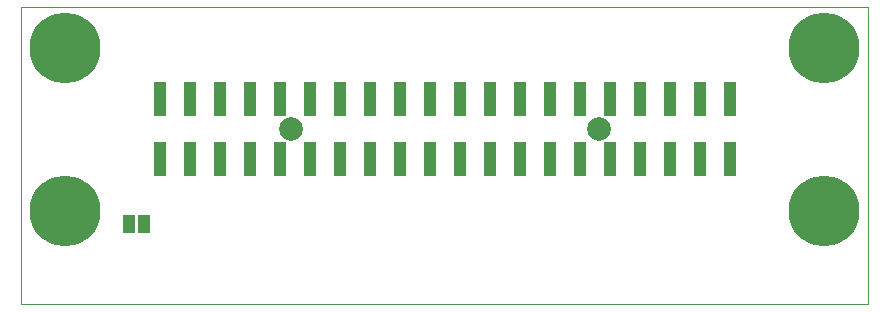
<source format=gbr>
G04 #@! TF.GenerationSoftware,KiCad,Pcbnew,8.0.4*
G04 #@! TF.CreationDate,2024-11-02T15:19:06-05:00*
G04 #@! TF.ProjectId,megaduck,6d656761-6475-4636-9b2e-6b696361645f,v1.0*
G04 #@! TF.SameCoordinates,Original*
G04 #@! TF.FileFunction,Soldermask,Bot*
G04 #@! TF.FilePolarity,Negative*
%FSLAX46Y46*%
G04 Gerber Fmt 4.6, Leading zero omitted, Abs format (unit mm)*
G04 Created by KiCad (PCBNEW 8.0.4) date 2024-11-02 15:19:06*
%MOMM*%
%LPD*%
G01*
G04 APERTURE LIST*
%ADD10R,1.000000X1.500000*%
%ADD11R,1.000000X3.000000*%
%ADD12C,0.800000*%
%ADD13C,6.000000*%
%ADD14C,2.000000*%
G04 #@! TA.AperFunction,Profile*
%ADD15C,0.050000*%
G04 #@! TD*
G04 APERTURE END LIST*
D10*
G04 #@! TO.C,JP1*
X122640600Y-39783800D03*
X121340600Y-39783800D03*
G04 #@! TD*
D11*
G04 #@! TO.C,J3*
X172246800Y-29262800D03*
X172246800Y-34302800D03*
X169706800Y-29262800D03*
X169706800Y-34302800D03*
X167166800Y-29262800D03*
X167166800Y-34302800D03*
X164626800Y-29262800D03*
X164626800Y-34302800D03*
X162086800Y-29262800D03*
X162086800Y-34302800D03*
X159546800Y-29262800D03*
X159546800Y-34302800D03*
X157006800Y-29262800D03*
X157006800Y-34302800D03*
X154466800Y-29262800D03*
X154466800Y-34302800D03*
X151926800Y-29262800D03*
X151926800Y-34302800D03*
X149386800Y-29262800D03*
X149386800Y-34302800D03*
X146846800Y-29262800D03*
X146846800Y-34302800D03*
X144306800Y-29262800D03*
X144306800Y-34302800D03*
X141766800Y-29262800D03*
X141766800Y-34302800D03*
X139226800Y-29262800D03*
X139226800Y-34302800D03*
X136686800Y-29262800D03*
X136686800Y-34302800D03*
X134146800Y-29262800D03*
X134146800Y-34302800D03*
X131606800Y-29262800D03*
X131606800Y-34302800D03*
X129066800Y-29262800D03*
X129066800Y-34302800D03*
X126526800Y-29262800D03*
X126526800Y-34302800D03*
X123986800Y-29262800D03*
X123986800Y-34302800D03*
G04 #@! TD*
D12*
G04 #@! TO.C,H5*
X177901600Y-24910000D03*
X178560610Y-23319010D03*
X178560610Y-26500990D03*
X180151600Y-22660000D03*
D13*
X180151600Y-24910000D03*
D12*
X180151600Y-27160000D03*
X181742590Y-23319010D03*
X181742590Y-26500990D03*
X182401600Y-24910000D03*
G04 #@! TD*
G04 #@! TO.C,H1*
X113710000Y-24910000D03*
X114369010Y-23319010D03*
X114369010Y-26500990D03*
X115960000Y-22660000D03*
D13*
X115960000Y-24910000D03*
D12*
X115960000Y-27160000D03*
X117550990Y-23319010D03*
X117550990Y-26500990D03*
X118210000Y-24910000D03*
G04 #@! TD*
D14*
G04 #@! TO.C,J3*
X161100400Y-31804000D03*
X135100400Y-31804000D03*
G04 #@! TD*
D12*
G04 #@! TO.C,H2*
X113710000Y-38690000D03*
X114369010Y-37099010D03*
X114369010Y-40280990D03*
X115960000Y-36440000D03*
D13*
X115960000Y-38690000D03*
D12*
X115960000Y-40940000D03*
X117550990Y-37099010D03*
X117550990Y-40280990D03*
X118210000Y-38690000D03*
G04 #@! TD*
G04 #@! TO.C,H6*
X177901600Y-38690000D03*
X178560610Y-37099010D03*
X178560610Y-40280990D03*
X180151600Y-36440000D03*
D13*
X180151600Y-38690000D03*
D12*
X180151600Y-40940000D03*
X181742590Y-37099010D03*
X181742590Y-40280990D03*
X182401600Y-38690000D03*
G04 #@! TD*
D15*
X118398800Y-21470400D02*
X112242600Y-21470400D01*
X124444000Y-46616400D02*
X124317000Y-46616400D01*
X177834800Y-46616400D02*
X172069000Y-46616400D01*
X177834800Y-46616400D02*
X183946800Y-46616400D01*
X118398800Y-21470400D02*
X177834800Y-21470400D01*
X118398800Y-46616400D02*
X124317000Y-46616400D01*
X177834800Y-21470400D02*
X183946800Y-21470400D01*
X124444000Y-46616400D02*
X172069000Y-46616400D01*
X183946800Y-21470400D02*
X183946800Y-46616400D01*
X118398800Y-46616400D02*
X112242600Y-46616400D01*
X112242600Y-21470400D02*
X112242600Y-46616400D01*
M02*

</source>
